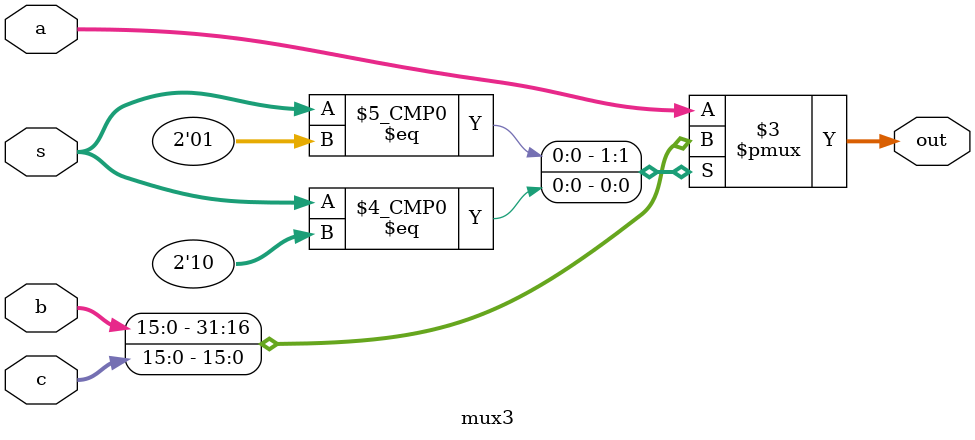
<source format=v>
module mux3 #(parameter WIDTH=16)(
	input[1:0] s, 
	input[WIDTH-1:0] a, b, c,
	output reg[WIDTH-1:0] out);
	
	always@(*) begin
		case(s)
			2'b0:  out <= a;
			2'b1:  out <= b;
			2'b10: out <= c;
			default: out <= a;
		endcase
	end
endmodule 
</source>
